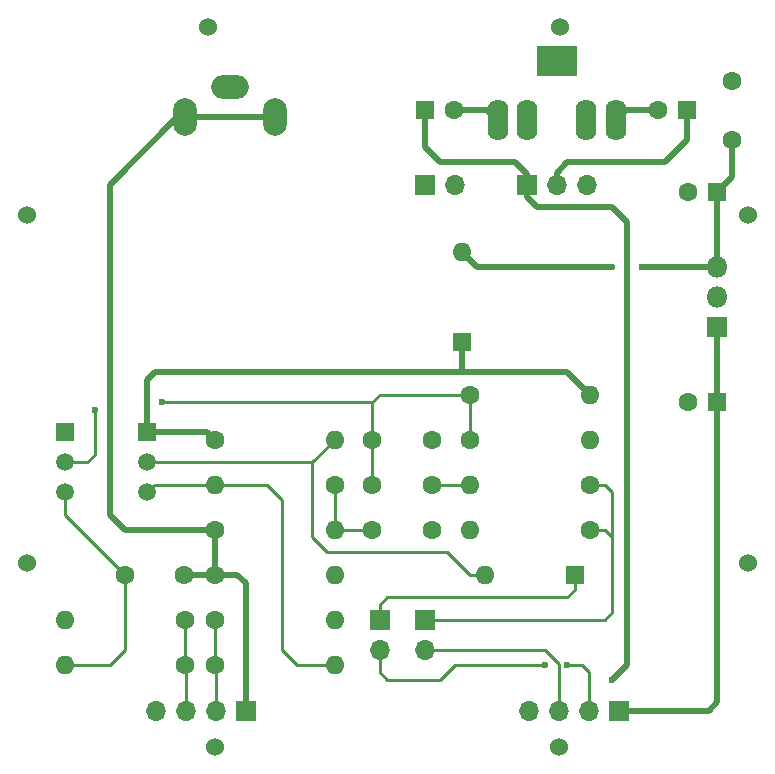
<source format=gtl>
G04 #@! TF.FileFunction,Copper,L1,Top,Signal*
%FSLAX46Y46*%
G04 Gerber Fmt 4.6, Leading zero omitted, Abs format (unit mm)*
G04 Created by KiCad (PCBNEW 4.0.7) date 08/17/19 22:57:00*
%MOMM*%
%LPD*%
G01*
G04 APERTURE LIST*
%ADD10C,0.100000*%
%ADD11R,3.500000X2.500000*%
%ADD12O,1.750000X3.500000*%
%ADD13O,1.998980X3.197860*%
%ADD14O,3.197860X1.998980*%
%ADD15C,1.600000*%
%ADD16R,1.600000X1.600000*%
%ADD17O,1.600000X1.600000*%
%ADD18R,1.700000X1.700000*%
%ADD19O,1.700000X1.700000*%
%ADD20C,1.524000*%
%ADD21C,1.520000*%
%ADD22R,1.520000X1.520000*%
%ADD23R,1.800000X1.800000*%
%ADD24O,1.800000X1.800000*%
%ADD25C,0.600000*%
%ADD26C,0.250000*%
%ADD27C,0.500000*%
G04 APERTURE END LIST*
D10*
D11*
X164830000Y-66349000D03*
D12*
X169830000Y-71355000D03*
X159830000Y-71355000D03*
X167330000Y-71355000D03*
X162330000Y-71355000D03*
D13*
X133350000Y-71120000D03*
D14*
X137160000Y-68580000D03*
D13*
X140970000Y-71120000D03*
D15*
X149225000Y-102235000D03*
X154225000Y-102235000D03*
X149225000Y-98425000D03*
X154225000Y-98425000D03*
X149225000Y-106045000D03*
X154225000Y-106045000D03*
X128270000Y-109855000D03*
X133270000Y-109855000D03*
D16*
X166370000Y-109855000D03*
D17*
X158750000Y-109855000D03*
D18*
X138515000Y-121400000D03*
D19*
X135975000Y-121400000D03*
X133435000Y-121400000D03*
X130895000Y-121400000D03*
D18*
X170115000Y-121400000D03*
D19*
X167575000Y-121400000D03*
X165035000Y-121400000D03*
X162495000Y-121400000D03*
D18*
X162290000Y-76835000D03*
D19*
X164830000Y-76835000D03*
X167370000Y-76835000D03*
D15*
X167640000Y-102235000D03*
D17*
X157480000Y-102235000D03*
D15*
X146050000Y-102235000D03*
D17*
X135890000Y-102235000D03*
D15*
X167640000Y-106045000D03*
D17*
X157480000Y-106045000D03*
D15*
X157480000Y-94615000D03*
D17*
X167640000Y-94615000D03*
D15*
X157480000Y-98425000D03*
D17*
X167640000Y-98425000D03*
D15*
X133350000Y-117475000D03*
D17*
X123190000Y-117475000D03*
D15*
X133350000Y-113665000D03*
D17*
X123190000Y-113665000D03*
D15*
X135890000Y-98425000D03*
D17*
X146050000Y-98425000D03*
D15*
X135890000Y-117475000D03*
D17*
X146050000Y-117475000D03*
D15*
X135890000Y-106045000D03*
D17*
X146050000Y-106045000D03*
D15*
X135890000Y-109855000D03*
D17*
X146050000Y-109855000D03*
D15*
X135890000Y-113665000D03*
D17*
X146050000Y-113665000D03*
D20*
X135915000Y-124400000D03*
X181015000Y-108892000D03*
X165115000Y-63500000D03*
X181015000Y-79400000D03*
X165015000Y-124400000D03*
X120015000Y-108892000D03*
X135315000Y-63500000D03*
D21*
X123190000Y-100330000D03*
X123190000Y-102870000D03*
D22*
X123190000Y-97790000D03*
D21*
X130175000Y-100330000D03*
X130175000Y-102870000D03*
D22*
X130175000Y-97790000D03*
D16*
X178435000Y-77470000D03*
D15*
X175935000Y-77470000D03*
X179705000Y-73025000D03*
X179705000Y-68025000D03*
D18*
X153670000Y-113665000D03*
D19*
X153670000Y-116205000D03*
D18*
X149860000Y-113665000D03*
D19*
X149860000Y-116205000D03*
D23*
X178435000Y-88900000D03*
D24*
X178435000Y-86360000D03*
X178435000Y-83820000D03*
D16*
X156845000Y-90170000D03*
D17*
X156845000Y-82550000D03*
D20*
X120015000Y-79400000D03*
D16*
X178435000Y-95250000D03*
D15*
X175935000Y-95250000D03*
D16*
X153670000Y-70485000D03*
D15*
X156170000Y-70485000D03*
D16*
X175895000Y-70485000D03*
D15*
X173395000Y-70485000D03*
D18*
X153670000Y-76835000D03*
D19*
X156210000Y-76835000D03*
D25*
X131445000Y-95250000D03*
X125730000Y-95885000D03*
X169545000Y-118745000D03*
X163830000Y-117475000D03*
X165735000Y-117475000D03*
X172085000Y-83820000D03*
X169545000Y-83820000D03*
D26*
X148590000Y-95250000D02*
X149225000Y-95250000D01*
X149225000Y-95885000D02*
X149225000Y-95250000D01*
X149225000Y-95250000D02*
X149860000Y-94615000D01*
X157480000Y-94615000D02*
X149860000Y-94615000D01*
X131445000Y-95250000D02*
X148590000Y-95250000D01*
X157480000Y-98425000D02*
X157480000Y-95885000D01*
X157480000Y-95885000D02*
X157480000Y-94615000D01*
X125730000Y-95885000D02*
X125730000Y-95885000D01*
X123190000Y-100330000D02*
X125095000Y-100330000D01*
X149225000Y-95885000D02*
X149225000Y-98425000D01*
X125730000Y-99695000D02*
X125730000Y-95885000D01*
X125095000Y-100330000D02*
X125730000Y-99695000D01*
X149225000Y-102235000D02*
X149225000Y-98425000D01*
X154225000Y-102235000D02*
X157480000Y-102235000D01*
X146050000Y-102235000D02*
X146050000Y-106045000D01*
X146050000Y-106045000D02*
X149225000Y-106045000D01*
X128270000Y-109855000D02*
X128270000Y-116205000D01*
X127000000Y-117475000D02*
X128270000Y-116205000D01*
X127000000Y-117475000D02*
X123190000Y-117475000D01*
X123190000Y-102870000D02*
X123190000Y-104775000D01*
X123190000Y-104775000D02*
X128270000Y-109855000D01*
D27*
X133350000Y-71120000D02*
X132715000Y-71120000D01*
X132715000Y-71120000D02*
X127000000Y-76835000D01*
X133350000Y-71120000D02*
X140970000Y-71120000D01*
X127000000Y-76835000D02*
X127000000Y-102235000D01*
X127000000Y-102235000D02*
X127000000Y-104775000D01*
X128270000Y-106045000D02*
X130810000Y-106045000D01*
X127000000Y-104775000D02*
X128270000Y-106045000D01*
X133270000Y-106045000D02*
X130810000Y-106045000D01*
X133270000Y-106045000D02*
X135890000Y-106045000D01*
X135890000Y-109855000D02*
X137795000Y-109855000D01*
X138515000Y-110575000D02*
X138515000Y-112480000D01*
X137795000Y-109855000D02*
X138515000Y-110575000D01*
X133270000Y-109855000D02*
X135890000Y-109855000D01*
X135890000Y-109855000D02*
X135890000Y-106045000D01*
X138515000Y-121400000D02*
X138515000Y-112480000D01*
X156845000Y-90170000D02*
X156845000Y-92710000D01*
X167640000Y-94615000D02*
X165735000Y-92710000D01*
X158750000Y-92710000D02*
X156845000Y-92710000D01*
X156845000Y-92710000D02*
X154940000Y-92710000D01*
X165100000Y-92710000D02*
X158750000Y-92710000D01*
X165100000Y-92710000D02*
X165735000Y-92710000D01*
X154940000Y-92710000D02*
X130810000Y-92710000D01*
X130810000Y-92710000D02*
X130175000Y-93345000D01*
X130175000Y-93980000D02*
X130175000Y-97790000D01*
X130175000Y-93345000D02*
X130175000Y-93980000D01*
X130175000Y-97790000D02*
X135255000Y-97790000D01*
X135255000Y-97790000D02*
X135890000Y-98425000D01*
D26*
X149860000Y-113665000D02*
X149860000Y-112395000D01*
X166370000Y-111125000D02*
X166370000Y-109855000D01*
X165735000Y-111760000D02*
X166370000Y-111125000D01*
X150495000Y-111760000D02*
X165735000Y-111760000D01*
X149860000Y-112395000D02*
X150495000Y-111760000D01*
X154305000Y-107950000D02*
X155575000Y-107950000D01*
X155575000Y-107950000D02*
X157480000Y-109855000D01*
X158750000Y-109855000D02*
X157480000Y-109855000D01*
X144145000Y-106680000D02*
X145415000Y-107950000D01*
X144145000Y-106680000D02*
X144145000Y-100330000D01*
X154305000Y-107950000D02*
X145415000Y-107950000D01*
X130175000Y-100330000D02*
X144145000Y-100330000D01*
X144145000Y-100330000D02*
X146050000Y-98425000D01*
X135975000Y-121400000D02*
X135975000Y-117560000D01*
X135975000Y-117560000D02*
X135890000Y-117475000D01*
X135890000Y-113665000D02*
X135890000Y-117475000D01*
X133350000Y-117475000D02*
X133350000Y-113665000D01*
X133435000Y-121400000D02*
X133435000Y-117560000D01*
X133435000Y-117560000D02*
X133350000Y-117475000D01*
X167640000Y-106045000D02*
X168910000Y-106045000D01*
X168910000Y-106045000D02*
X169545000Y-106680000D01*
X169545000Y-106680000D02*
X169545000Y-102870000D01*
X168910000Y-102235000D02*
X167640000Y-102235000D01*
X169545000Y-102870000D02*
X168910000Y-102235000D01*
X167640000Y-113665000D02*
X168910000Y-113665000D01*
X169545000Y-113030000D02*
X169545000Y-106680000D01*
X168910000Y-113665000D02*
X169545000Y-113030000D01*
X167640000Y-113665000D02*
X167005000Y-113665000D01*
X153670000Y-113665000D02*
X167005000Y-113665000D01*
D27*
X170815000Y-85090000D02*
X170815000Y-82550000D01*
X170815000Y-82550000D02*
X170815000Y-80010000D01*
X170815000Y-80010000D02*
X169545000Y-78740000D01*
X169545000Y-78740000D02*
X163195000Y-78740000D01*
X163195000Y-78740000D02*
X162290000Y-77835000D01*
X162290000Y-76835000D02*
X162290000Y-77835000D01*
X169545000Y-118745000D02*
X170815000Y-117475000D01*
X170815000Y-97790000D02*
X170815000Y-117475000D01*
X170815000Y-97790000D02*
X170815000Y-85090000D01*
X162290000Y-76835000D02*
X162290000Y-75930000D01*
X161290000Y-74930000D02*
X160385000Y-74930000D01*
X162290000Y-75930000D02*
X161290000Y-74930000D01*
X154940000Y-74930000D02*
X153670000Y-73660000D01*
X154940000Y-74930000D02*
X160385000Y-74930000D01*
X153670000Y-71755000D02*
X153670000Y-73660000D01*
X153670000Y-70485000D02*
X153670000Y-71755000D01*
X164830000Y-76835000D02*
X164830000Y-75835000D01*
X175895000Y-73025000D02*
X175895000Y-70485000D01*
X173990000Y-74930000D02*
X175895000Y-73025000D01*
X165735000Y-74930000D02*
X173990000Y-74930000D01*
X164830000Y-75835000D02*
X165735000Y-74930000D01*
D26*
X135890000Y-102235000D02*
X130810000Y-102235000D01*
X130810000Y-102235000D02*
X130175000Y-102870000D01*
X138430000Y-102235000D02*
X140335000Y-102235000D01*
X141605000Y-116205000D02*
X142875000Y-117475000D01*
X141605000Y-103505000D02*
X141605000Y-116205000D01*
X140335000Y-102235000D02*
X141605000Y-103505000D01*
X146050000Y-117475000D02*
X142875000Y-117475000D01*
X138430000Y-102235000D02*
X135890000Y-102235000D01*
D27*
X178435000Y-95250000D02*
X178435000Y-120650000D01*
X177685000Y-121400000D02*
X174510000Y-121400000D01*
X178435000Y-120650000D02*
X177685000Y-121400000D01*
X178435000Y-95250000D02*
X178435000Y-88900000D01*
X174510000Y-121400000D02*
X170115000Y-121400000D01*
D26*
X167575000Y-120015000D02*
X167575000Y-118045000D01*
X149860000Y-118110000D02*
X150495000Y-118745000D01*
X149860000Y-118110000D02*
X149860000Y-116205000D01*
X154940000Y-118745000D02*
X150495000Y-118745000D01*
X156210000Y-117475000D02*
X154940000Y-118745000D01*
X163830000Y-117475000D02*
X156210000Y-117475000D01*
X167005000Y-117475000D02*
X165735000Y-117475000D01*
X167575000Y-118045000D02*
X167005000Y-117475000D01*
X167575000Y-119950000D02*
X167575000Y-120015000D01*
X167575000Y-120015000D02*
X167575000Y-121400000D01*
X153670000Y-116205000D02*
X163830000Y-116205000D01*
X165035000Y-117410000D02*
X165035000Y-121400000D01*
X163830000Y-116205000D02*
X165035000Y-117410000D01*
X165100000Y-121335000D02*
X165035000Y-121400000D01*
D27*
X179705000Y-73025000D02*
X179705000Y-76200000D01*
X179705000Y-76200000D02*
X178435000Y-77470000D01*
X169545000Y-83820000D02*
X158115000Y-83820000D01*
X175895000Y-83820000D02*
X172085000Y-83820000D01*
X178435000Y-83820000D02*
X175895000Y-83820000D01*
X158115000Y-83820000D02*
X156845000Y-82550000D01*
X178435000Y-83820000D02*
X178435000Y-77470000D01*
X156170000Y-70485000D02*
X158960000Y-70485000D01*
X158960000Y-70485000D02*
X159830000Y-71355000D01*
X173395000Y-70485000D02*
X170700000Y-70485000D01*
X170700000Y-70485000D02*
X169830000Y-71355000D01*
M02*

</source>
